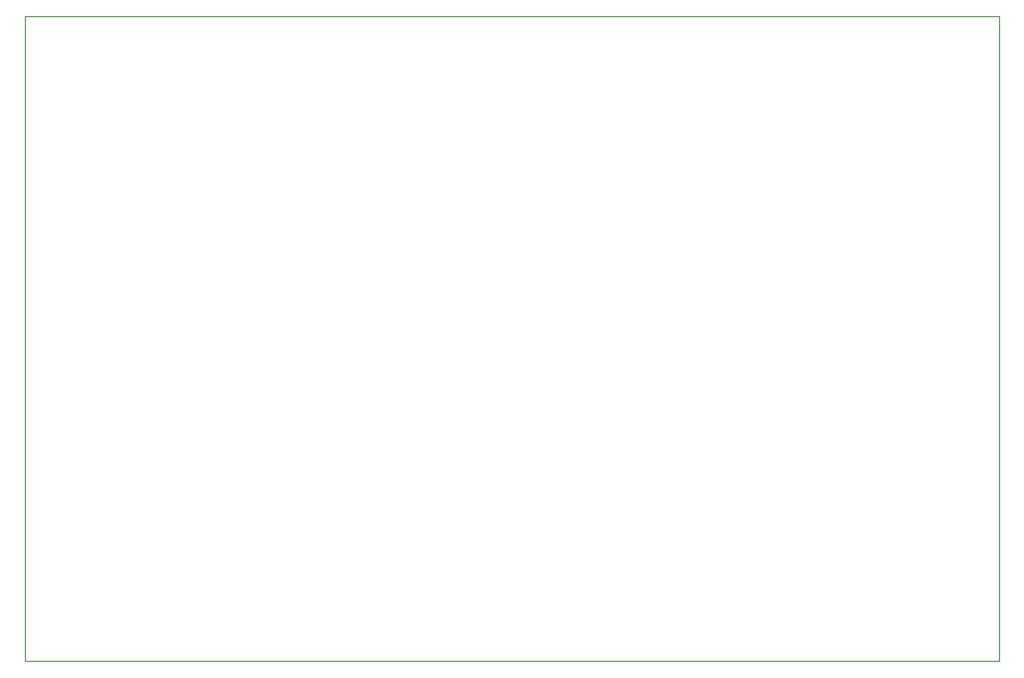
<source format=gbr>
%TF.GenerationSoftware,KiCad,Pcbnew,(5.1.10)-1*%
%TF.CreationDate,2022-06-29T20:33:17-04:00*%
%TF.ProjectId,RPI4_LEDs,52504934-5f4c-4454-9473-2e6b69636164,rev?*%
%TF.SameCoordinates,Original*%
%TF.FileFunction,Profile,NP*%
%FSLAX46Y46*%
G04 Gerber Fmt 4.6, Leading zero omitted, Abs format (unit mm)*
G04 Created by KiCad (PCBNEW (5.1.10)-1) date 2022-06-29 20:33:17*
%MOMM*%
%LPD*%
G01*
G04 APERTURE LIST*
%TA.AperFunction,Profile*%
%ADD10C,0.100000*%
%TD*%
G04 APERTURE END LIST*
D10*
X176530000Y-68580000D02*
X176530000Y-125730000D01*
X90170000Y-68580000D02*
X176530000Y-68580000D01*
X90170000Y-125730000D02*
X90170000Y-68580000D01*
X176530000Y-125730000D02*
X90170000Y-125730000D01*
M02*

</source>
